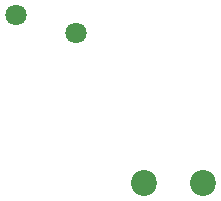
<source format=gbp>
G04 #@! TF.GenerationSoftware,KiCad,Pcbnew,(5.1.10)-1*
G04 #@! TF.CreationDate,2021-12-24T20:30:38+01:00*
G04 #@! TF.ProjectId,pi_power_hat,70695f70-6f77-4657-925f-6861742e6b69,1.0*
G04 #@! TF.SameCoordinates,Original*
G04 #@! TF.FileFunction,Paste,Bot*
G04 #@! TF.FilePolarity,Positive*
%FSLAX46Y46*%
G04 Gerber Fmt 4.6, Leading zero omitted, Abs format (unit mm)*
G04 Created by KiCad (PCBNEW (5.1.10)-1) date 2021-12-24 20:30:38*
%MOMM*%
%LPD*%
G01*
G04 APERTURE LIST*
%ADD10C,2.200000*%
%ADD11C,1.800000*%
G04 APERTURE END LIST*
D10*
X108485000Y-117307000D03*
X113485000Y-117307000D03*
D11*
X102740000Y-104550000D03*
X97640000Y-103050000D03*
M02*

</source>
